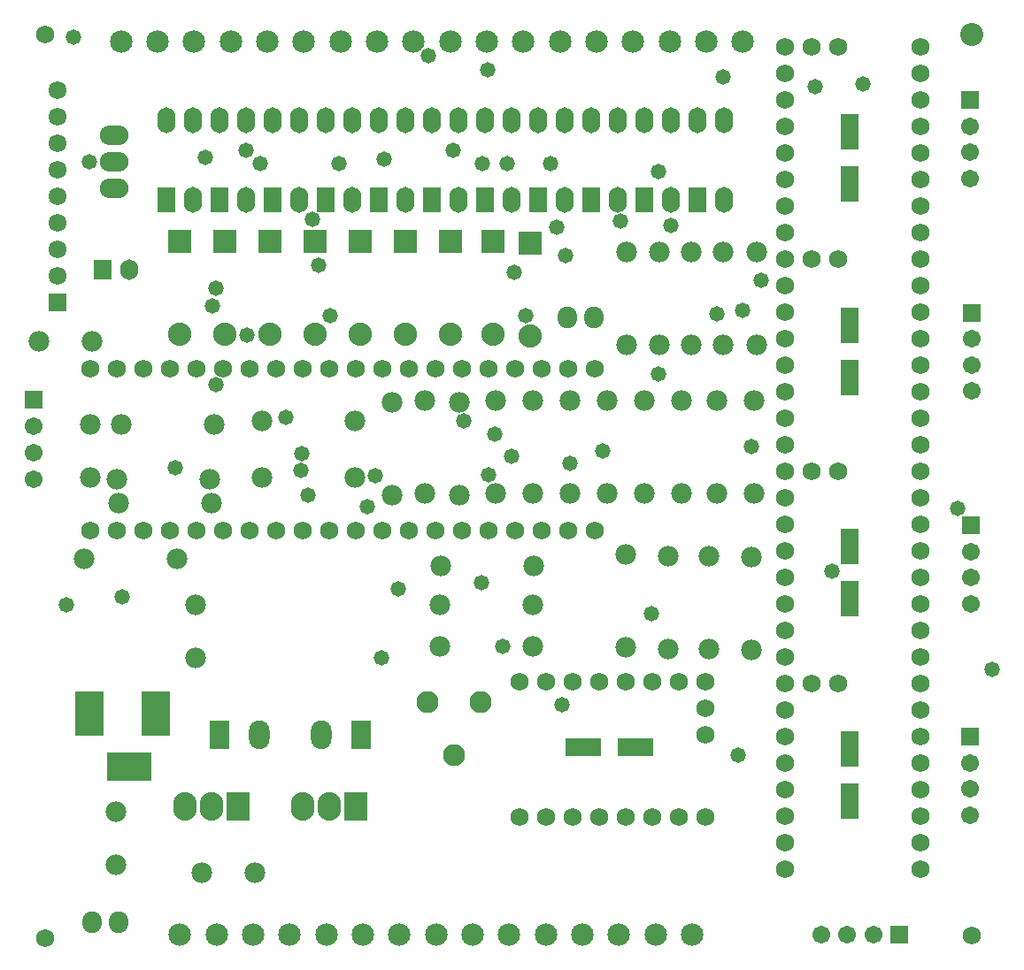
<source format=gts>
G04*
G04 #@! TF.GenerationSoftware,Altium Limited,Altium Designer,21.0.8 (223)*
G04*
G04 Layer_Color=8388736*
%FSLAX25Y25*%
%MOIN*%
G70*
G04*
G04 #@! TF.SameCoordinates,BD0D8E5F-934B-4C72-AD9E-884AB11E7CA7*
G04*
G04*
G04 #@! TF.FilePolarity,Negative*
G04*
G01*
G75*
%ADD19R,0.13398X0.07099*%
%ADD20R,0.07099X0.13398*%
%ADD21C,0.06800*%
%ADD22R,0.10800X0.16800*%
%ADD23R,0.16800X0.10800*%
%ADD24O,0.07800X0.10800*%
%ADD25R,0.07800X0.10800*%
%ADD26C,0.08477*%
%ADD27R,0.08800X0.10800*%
%ADD28O,0.08800X0.10800*%
%ADD29C,0.07800*%
%ADD30R,0.06800X0.07800*%
%ADD31O,0.06800X0.07800*%
%ADD32R,0.06784X0.06784*%
%ADD33C,0.06784*%
%ADD34R,0.08800X0.08800*%
%ADD35C,0.08800*%
%ADD36C,0.08300*%
%ADD37O,0.06800X0.09800*%
%ADD38R,0.06800X0.09800*%
%ADD39C,0.06706*%
%ADD40R,0.06706X0.06706*%
%ADD41O,0.10800X0.07400*%
%ADD42O,0.07300X0.08300*%
%ADD43C,0.06737*%
%ADD44R,0.06737X0.06737*%
%ADD45R,0.06737X0.06737*%
%ADD46C,0.08674*%
%ADD47C,0.05800*%
D19*
X358500Y202500D02*
D03*
X378185D02*
D03*
D20*
X459000Y182157D02*
D03*
Y201843D02*
D03*
Y258500D02*
D03*
Y278185D02*
D03*
Y414657D02*
D03*
Y434343D02*
D03*
Y341657D02*
D03*
Y361343D02*
D03*
D21*
X343000Y284000D02*
D03*
X363000D02*
D03*
X353000D02*
D03*
X333000D02*
D03*
X323000D02*
D03*
X313000D02*
D03*
X303000D02*
D03*
X293000D02*
D03*
X283000D02*
D03*
X273000D02*
D03*
X263000D02*
D03*
X253000D02*
D03*
X243000D02*
D03*
X233000D02*
D03*
X223000D02*
D03*
X213000D02*
D03*
X203000D02*
D03*
X193000D02*
D03*
X183000D02*
D03*
X173000D02*
D03*
X363000Y345000D02*
D03*
X353000D02*
D03*
X343000D02*
D03*
X333000D02*
D03*
X323000D02*
D03*
X313000D02*
D03*
X303000D02*
D03*
X293000D02*
D03*
X283000D02*
D03*
X273000D02*
D03*
X263000D02*
D03*
X253000D02*
D03*
X243000D02*
D03*
X233000D02*
D03*
X223000D02*
D03*
X213000D02*
D03*
X203000D02*
D03*
X193000D02*
D03*
X183000D02*
D03*
X173000D02*
D03*
X485500Y236500D02*
D03*
Y246500D02*
D03*
Y256500D02*
D03*
Y266500D02*
D03*
Y276500D02*
D03*
Y286500D02*
D03*
Y296500D02*
D03*
Y306500D02*
D03*
X434500Y236500D02*
D03*
Y246500D02*
D03*
Y256500D02*
D03*
Y266500D02*
D03*
Y276500D02*
D03*
Y286500D02*
D03*
Y296500D02*
D03*
Y306500D02*
D03*
X454500D02*
D03*
X444500D02*
D03*
Y226500D02*
D03*
X454500D02*
D03*
X434500D02*
D03*
Y216500D02*
D03*
Y206500D02*
D03*
Y196500D02*
D03*
Y186500D02*
D03*
Y176500D02*
D03*
Y166500D02*
D03*
Y156500D02*
D03*
X485500Y226500D02*
D03*
Y216500D02*
D03*
Y206500D02*
D03*
Y196500D02*
D03*
Y186500D02*
D03*
Y176500D02*
D03*
Y166500D02*
D03*
Y156500D02*
D03*
X444500Y386500D02*
D03*
X454500D02*
D03*
X434500D02*
D03*
Y376500D02*
D03*
Y366500D02*
D03*
Y356500D02*
D03*
Y346500D02*
D03*
Y336500D02*
D03*
Y326500D02*
D03*
Y316500D02*
D03*
X485500Y386500D02*
D03*
Y376500D02*
D03*
Y366500D02*
D03*
Y356500D02*
D03*
Y346500D02*
D03*
Y336500D02*
D03*
Y326500D02*
D03*
Y316500D02*
D03*
X334500Y176000D02*
D03*
X344500D02*
D03*
X354500D02*
D03*
X364500D02*
D03*
X374500D02*
D03*
X384500D02*
D03*
X394500D02*
D03*
X404500D02*
D03*
X334500Y227000D02*
D03*
X344500D02*
D03*
X354500D02*
D03*
X364500D02*
D03*
X374500D02*
D03*
X384500D02*
D03*
X394500D02*
D03*
X404500D02*
D03*
Y207000D02*
D03*
Y217000D02*
D03*
X485500Y396500D02*
D03*
Y406500D02*
D03*
Y416500D02*
D03*
Y426500D02*
D03*
Y436500D02*
D03*
Y446500D02*
D03*
Y456500D02*
D03*
Y466500D02*
D03*
X434500Y396500D02*
D03*
Y406500D02*
D03*
Y416500D02*
D03*
Y426500D02*
D03*
Y436500D02*
D03*
Y446500D02*
D03*
Y456500D02*
D03*
Y466500D02*
D03*
X454500D02*
D03*
X444500D02*
D03*
X156000Y471000D02*
D03*
Y130500D02*
D03*
X505000Y131500D02*
D03*
D22*
X197500Y215000D02*
D03*
X172500D02*
D03*
D23*
X187500Y195000D02*
D03*
D24*
X236500Y207000D02*
D03*
X260000D02*
D03*
D25*
X221500D02*
D03*
X275000D02*
D03*
D26*
X206693Y131890D02*
D03*
X234252D02*
D03*
X220472D02*
D03*
X372047D02*
D03*
X399606D02*
D03*
X385827D02*
D03*
X322335Y468504D02*
D03*
X336114D02*
D03*
X308555D02*
D03*
X391232D02*
D03*
X418791D02*
D03*
X405012D02*
D03*
X363673D02*
D03*
X377453D02*
D03*
X349894D02*
D03*
X225878D02*
D03*
X253437D02*
D03*
X239657D02*
D03*
X280996D02*
D03*
X294776D02*
D03*
X267217D02*
D03*
X344488Y131890D02*
D03*
X358268D02*
D03*
X330709D02*
D03*
X184539Y468504D02*
D03*
X212098D02*
D03*
X198319D02*
D03*
X303150Y131890D02*
D03*
X316929D02*
D03*
X289370D02*
D03*
X261811D02*
D03*
X275591D02*
D03*
X248031D02*
D03*
D27*
X228500Y180000D02*
D03*
X273000D02*
D03*
D28*
X218500D02*
D03*
X208500D02*
D03*
X253000D02*
D03*
X263000D02*
D03*
D29*
X170500Y273500D02*
D03*
X205500D02*
D03*
X183500Y294500D02*
D03*
X218500D02*
D03*
X299049Y298000D02*
D03*
Y333000D02*
D03*
X312049Y332500D02*
D03*
Y297500D02*
D03*
X237560Y325500D02*
D03*
X272560D02*
D03*
X237560Y304000D02*
D03*
X272560D02*
D03*
X390549Y274500D02*
D03*
Y239500D02*
D03*
X374951Y389000D02*
D03*
Y354000D02*
D03*
X374549Y240000D02*
D03*
Y275000D02*
D03*
X411451Y389000D02*
D03*
Y354000D02*
D03*
X218000Y303500D02*
D03*
X183000D02*
D03*
X395549Y298000D02*
D03*
Y333000D02*
D03*
X304560Y256000D02*
D03*
X339560D02*
D03*
X305060Y270746D02*
D03*
X340060D02*
D03*
X387451Y389000D02*
D03*
Y354000D02*
D03*
X381549Y298000D02*
D03*
Y333000D02*
D03*
X339549Y298000D02*
D03*
Y333000D02*
D03*
X367549Y298000D02*
D03*
Y333000D02*
D03*
X184500Y324000D02*
D03*
X219500D02*
D03*
X325549Y298000D02*
D03*
Y333000D02*
D03*
X399451Y389000D02*
D03*
Y354000D02*
D03*
X353549Y298000D02*
D03*
Y333000D02*
D03*
X422049Y239000D02*
D03*
Y274000D02*
D03*
X423049Y298000D02*
D03*
Y333000D02*
D03*
X406049Y274500D02*
D03*
Y239500D02*
D03*
X409049Y298000D02*
D03*
Y333000D02*
D03*
X304560Y240500D02*
D03*
X339560D02*
D03*
X423951Y389000D02*
D03*
Y354000D02*
D03*
X286549Y297500D02*
D03*
Y332500D02*
D03*
X153500Y355500D02*
D03*
X173500D02*
D03*
X182500Y158000D02*
D03*
Y178000D02*
D03*
X215000Y155000D02*
D03*
X235000D02*
D03*
X212500Y256101D02*
D03*
Y236101D02*
D03*
X173000Y304000D02*
D03*
Y324000D02*
D03*
D30*
X177500Y382500D02*
D03*
D31*
X187500D02*
D03*
D32*
X160500Y370000D02*
D03*
D33*
Y390000D02*
D03*
Y400000D02*
D03*
Y410000D02*
D03*
Y420000D02*
D03*
Y430000D02*
D03*
Y440000D02*
D03*
Y450000D02*
D03*
Y380000D02*
D03*
D34*
X206500Y393000D02*
D03*
X223500D02*
D03*
X240500D02*
D03*
X257500D02*
D03*
X274500D02*
D03*
X291500D02*
D03*
X308500D02*
D03*
X324500D02*
D03*
X338500Y392500D02*
D03*
D35*
X206500Y358000D02*
D03*
X223500D02*
D03*
X240500D02*
D03*
X257500D02*
D03*
X274500D02*
D03*
X291500D02*
D03*
X308500D02*
D03*
X324500D02*
D03*
X338500Y357500D02*
D03*
D36*
X300000Y219500D02*
D03*
X310000Y199500D02*
D03*
X320000Y219500D02*
D03*
D37*
X401606Y438701D02*
D03*
X411606D02*
D03*
Y408701D02*
D03*
X321606Y438701D02*
D03*
X331606D02*
D03*
Y408701D02*
D03*
X241606Y438701D02*
D03*
X251606D02*
D03*
Y408701D02*
D03*
X341606Y438701D02*
D03*
X351606D02*
D03*
Y408701D02*
D03*
X261606Y438701D02*
D03*
X271606D02*
D03*
Y408701D02*
D03*
X281606Y438701D02*
D03*
X291606D02*
D03*
Y408701D02*
D03*
X201606Y438701D02*
D03*
X211606D02*
D03*
Y408701D02*
D03*
X301606Y438701D02*
D03*
X311606D02*
D03*
Y408701D02*
D03*
X231606D02*
D03*
Y438701D02*
D03*
X221606D02*
D03*
X381606D02*
D03*
X391606D02*
D03*
Y408701D02*
D03*
X371606D02*
D03*
Y438701D02*
D03*
X361606D02*
D03*
D38*
X401606Y408701D02*
D03*
X321606D02*
D03*
X241606D02*
D03*
X341606D02*
D03*
X261606D02*
D03*
X281606D02*
D03*
X201606D02*
D03*
X301606D02*
D03*
X221606D02*
D03*
X381606D02*
D03*
X361606D02*
D03*
D39*
X151500Y303500D02*
D03*
Y313500D02*
D03*
Y323500D02*
D03*
D40*
Y333500D02*
D03*
D41*
X182000Y413000D02*
D03*
Y423000D02*
D03*
Y433000D02*
D03*
D42*
X173500Y136500D02*
D03*
X183600D02*
D03*
X362600Y364500D02*
D03*
X352500D02*
D03*
D43*
X504433Y416736D02*
D03*
Y426579D02*
D03*
Y436421D02*
D03*
X504500Y276185D02*
D03*
Y266343D02*
D03*
Y256500D02*
D03*
X448236Y131567D02*
D03*
X458079D02*
D03*
X467921D02*
D03*
X505000Y356343D02*
D03*
Y346500D02*
D03*
Y336657D02*
D03*
X504433Y196421D02*
D03*
Y186579D02*
D03*
Y176736D02*
D03*
D44*
Y446264D02*
D03*
X504500Y286028D02*
D03*
X505000Y366185D02*
D03*
X504433Y206264D02*
D03*
D45*
X477764Y131567D02*
D03*
D46*
X505000Y471000D02*
D03*
D47*
X282500Y236000D02*
D03*
X164000Y256000D02*
D03*
X185000Y259000D02*
D03*
X255060Y297500D02*
D03*
X252200Y306641D02*
D03*
X252600Y313200D02*
D03*
X205000Y307600D02*
D03*
X452425Y268575D02*
D03*
X417000Y199500D02*
D03*
X330000Y422500D02*
D03*
X320500D02*
D03*
X309606Y427300D02*
D03*
X277345Y293155D02*
D03*
X220147Y339072D02*
D03*
X289000Y262000D02*
D03*
X350500Y218500D02*
D03*
X332524Y381250D02*
D03*
X409000Y365750D02*
D03*
X464000Y452500D02*
D03*
X166500Y470000D02*
D03*
X366000Y314000D02*
D03*
X259000Y383900D02*
D03*
X384250Y252750D02*
D03*
X337000Y365000D02*
D03*
X418700Y366900D02*
D03*
X446000Y451500D02*
D03*
X372550Y400700D02*
D03*
X322500Y457850D02*
D03*
X266500Y422500D02*
D03*
X172650Y423000D02*
D03*
X283500Y424000D02*
D03*
X331600Y312200D02*
D03*
X256700Y401250D02*
D03*
X386800Y343200D02*
D03*
X231606Y427400D02*
D03*
X386800Y419500D02*
D03*
X391600Y398900D02*
D03*
X220400Y375300D02*
D03*
X263300Y365000D02*
D03*
X246600Y326850D02*
D03*
X352000Y387800D02*
D03*
X346400Y422500D02*
D03*
X512700Y231700D02*
D03*
X411400Y455000D02*
D03*
X422000Y315600D02*
D03*
X348700Y398400D02*
D03*
X218800Y368853D02*
D03*
X425500Y378400D02*
D03*
X216400Y424600D02*
D03*
X353500Y309500D02*
D03*
X236800Y422500D02*
D03*
X328200Y240500D02*
D03*
X325400Y320500D02*
D03*
X320200Y264400D02*
D03*
X300400Y463000D02*
D03*
X323100Y305000D02*
D03*
X313500Y325500D02*
D03*
X280310Y304800D02*
D03*
X232000Y357700D02*
D03*
X499700Y292500D02*
D03*
M02*

</source>
